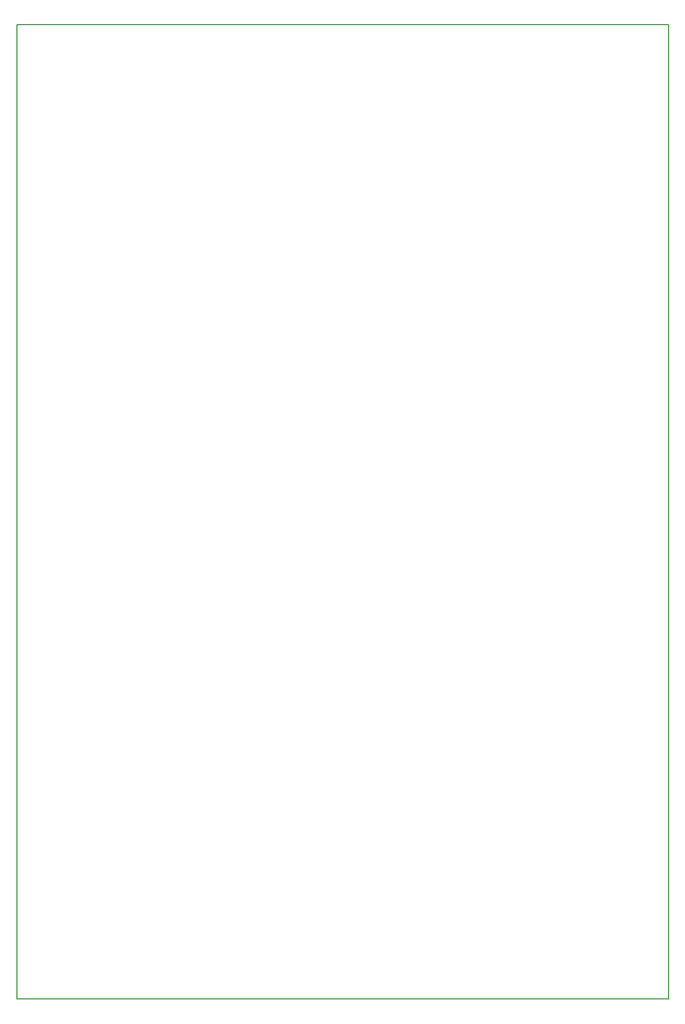
<source format=gbr>
%TF.GenerationSoftware,KiCad,Pcbnew,(6.0.5)*%
%TF.CreationDate,2022-08-13T18:51:57-04:00*%
%TF.ProjectId,Keypad_2Sides,4b657970-6164-45f3-9253-696465732e6b,rev?*%
%TF.SameCoordinates,Original*%
%TF.FileFunction,Other,User*%
%FSLAX46Y46*%
G04 Gerber Fmt 4.6, Leading zero omitted, Abs format (unit mm)*
G04 Created by KiCad (PCBNEW (6.0.5)) date 2022-08-13 18:51:57*
%MOMM*%
%LPD*%
G01*
G04 APERTURE LIST*
%ADD10C,0.150000*%
G04 APERTURE END LIST*
D10*
X0Y0D02*
X101000000Y0D01*
X101000000Y0D02*
X101000000Y-151000000D01*
X101000000Y-151000000D02*
X0Y-151000000D01*
X0Y-151000000D02*
X0Y0D01*
M02*

</source>
